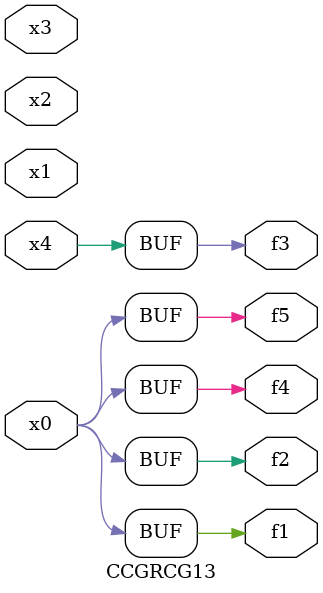
<source format=v>
module CCGRCG13(
	input x0, x1, x2, x3, x4,
	output f1, f2, f3, f4, f5
);
	assign f1 = x0;
	assign f2 = x0;
	assign f3 = x4;
	assign f4 = x0;
	assign f5 = x0;
endmodule

</source>
